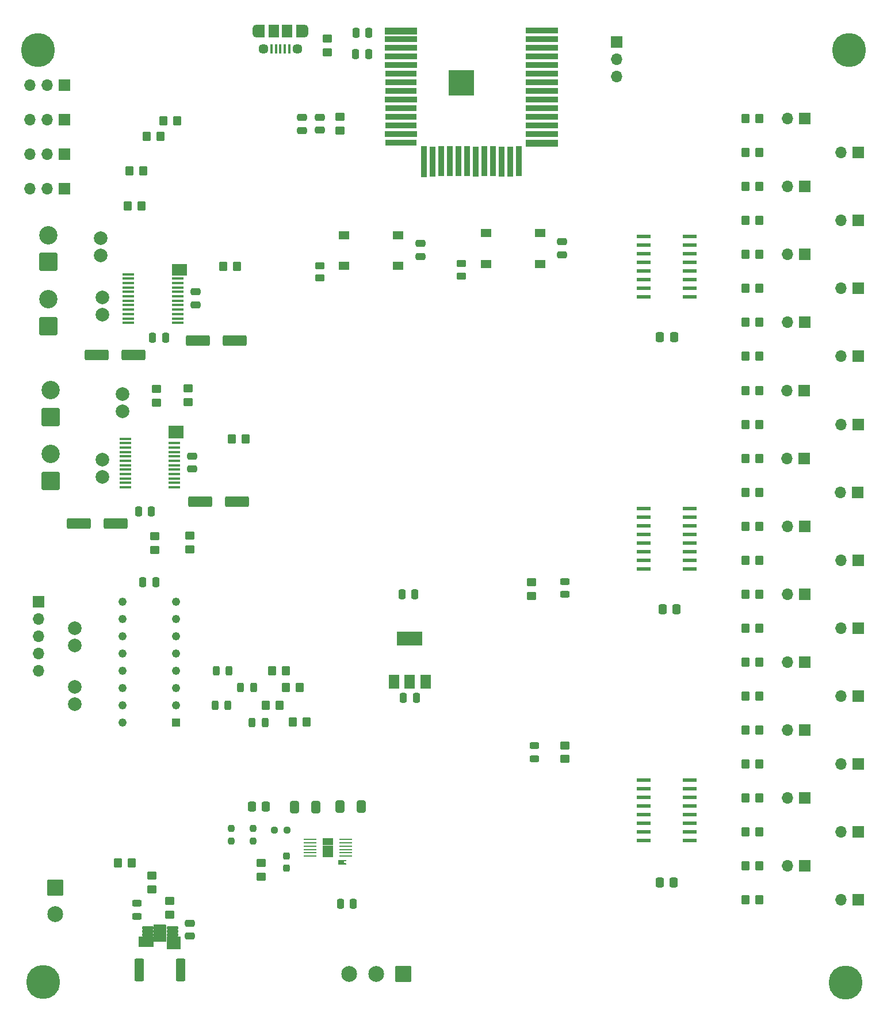
<source format=gbr>
%TF.GenerationSoftware,KiCad,Pcbnew,7.0.10*%
%TF.CreationDate,2024-03-06T16:20:47-05:00*%
%TF.ProjectId,477grp2_pcb,34373767-7270-4325-9f70-63622e6b6963,rev?*%
%TF.SameCoordinates,Original*%
%TF.FileFunction,Soldermask,Top*%
%TF.FilePolarity,Negative*%
%FSLAX46Y46*%
G04 Gerber Fmt 4.6, Leading zero omitted, Abs format (unit mm)*
G04 Created by KiCad (PCBNEW 7.0.10) date 2024-03-06 16:20:47*
%MOMM*%
%LPD*%
G01*
G04 APERTURE LIST*
G04 Aperture macros list*
%AMRoundRect*
0 Rectangle with rounded corners*
0 $1 Rounding radius*
0 $2 $3 $4 $5 $6 $7 $8 $9 X,Y pos of 4 corners*
0 Add a 4 corners polygon primitive as box body*
4,1,4,$2,$3,$4,$5,$6,$7,$8,$9,$2,$3,0*
0 Add four circle primitives for the rounded corners*
1,1,$1+$1,$2,$3*
1,1,$1+$1,$4,$5*
1,1,$1+$1,$6,$7*
1,1,$1+$1,$8,$9*
0 Add four rect primitives between the rounded corners*
20,1,$1+$1,$2,$3,$4,$5,0*
20,1,$1+$1,$4,$5,$6,$7,0*
20,1,$1+$1,$6,$7,$8,$9,0*
20,1,$1+$1,$8,$9,$2,$3,0*%
G04 Aperture macros list end*
%ADD10RoundRect,0.250000X0.337500X0.475000X-0.337500X0.475000X-0.337500X-0.475000X0.337500X-0.475000X0*%
%ADD11R,0.400000X1.350000*%
%ADD12O,1.200000X1.900000*%
%ADD13R,1.200000X1.900000*%
%ADD14C,1.450000*%
%ADD15R,1.500000X1.900000*%
%ADD16C,0.800000*%
%ADD17C,5.000000*%
%ADD18RoundRect,0.250000X-0.350000X-0.450000X0.350000X-0.450000X0.350000X0.450000X-0.350000X0.450000X0*%
%ADD19R,1.219200X1.219200*%
%ADD20C,1.219200*%
%ADD21RoundRect,0.250000X0.475000X-0.250000X0.475000X0.250000X-0.475000X0.250000X-0.475000X-0.250000X0*%
%ADD22RoundRect,0.243750X-0.243750X-0.456250X0.243750X-0.456250X0.243750X0.456250X-0.243750X0.456250X0*%
%ADD23RoundRect,0.250000X-0.337500X-0.475000X0.337500X-0.475000X0.337500X0.475000X-0.337500X0.475000X0*%
%ADD24RoundRect,0.250000X0.350000X0.450000X-0.350000X0.450000X-0.350000X-0.450000X0.350000X-0.450000X0*%
%ADD25R,2.159000X0.558800*%
%ADD26R,1.700000X1.700000*%
%ADD27O,1.700000X1.700000*%
%ADD28RoundRect,0.250000X-1.500000X-0.550000X1.500000X-0.550000X1.500000X0.550000X-1.500000X0.550000X0*%
%ADD29RoundRect,0.250000X-0.250000X-0.475000X0.250000X-0.475000X0.250000X0.475000X-0.250000X0.475000X0*%
%ADD30RoundRect,0.237500X-0.237500X0.250000X-0.237500X-0.250000X0.237500X-0.250000X0.237500X0.250000X0*%
%ADD31C,2.000000*%
%ADD32RoundRect,0.250000X0.412500X0.650000X-0.412500X0.650000X-0.412500X-0.650000X0.412500X-0.650000X0*%
%ADD33RoundRect,0.249999X0.450001X1.425001X-0.450001X1.425001X-0.450001X-1.425001X0.450001X-1.425001X0*%
%ADD34RoundRect,0.250001X1.099999X-1.099999X1.099999X1.099999X-1.099999X1.099999X-1.099999X-1.099999X0*%
%ADD35C,2.700000*%
%ADD36RoundRect,0.102000X0.934007X0.853577X-0.934007X0.853577X-0.934007X-0.853577X0.934007X-0.853577X0*%
%ADD37RoundRect,0.102000X0.747500X0.140000X-0.747500X0.140000X-0.747500X-0.140000X0.747500X-0.140000X0*%
%ADD38RoundRect,0.102000X-0.747500X-0.140000X0.747500X-0.140000X0.747500X0.140000X-0.747500X0.140000X0*%
%ADD39RoundRect,0.102000X-1.014606X-0.666427X1.014606X-0.666427X1.014606X0.666427X-1.014606X0.666427X0*%
%ADD40RoundRect,0.102000X0.825000X1.190000X-0.825000X1.190000X-0.825000X-1.190000X0.825000X-1.190000X0*%
%ADD41RoundRect,0.250000X0.450000X-0.350000X0.450000X0.350000X-0.450000X0.350000X-0.450000X-0.350000X0*%
%ADD42R,1.500000X2.000000*%
%ADD43R,3.800000X2.000000*%
%ADD44R,1.550000X1.300000*%
%ADD45R,4.746212X0.990990*%
%ADD46R,4.736608X0.950274*%
%ADD47R,4.718447X0.857962*%
%ADD48R,4.709890X0.957090*%
%ADD49R,4.721003X0.946486*%
%ADD50R,4.694146X0.918986*%
%ADD51R,4.686903X0.917910*%
%ADD52R,4.692000X0.917165*%
%ADD53R,4.718325X0.947593*%
%ADD54R,4.673347X0.924210*%
%ADD55R,4.655958X0.933320*%
%ADD56R,4.697885X0.905576*%
%ADD57R,4.732265X0.942006*%
%ADD58R,4.686426X0.955516*%
%ADD59R,0.883533X4.539403*%
%ADD60R,0.886454X4.528385*%
%ADD61R,0.900393X4.484313*%
%ADD62R,0.881277X4.495331*%
%ADD63R,0.895216X4.484313*%
%ADD64R,0.909155X4.495331*%
%ADD65R,0.936338X4.497776*%
%ADD66R,0.894556X4.460296*%
%ADD67R,0.877726X4.485282*%
%ADD68R,0.860912X4.497776*%
%ADD69R,0.881586X4.497776*%
%ADD70R,0.902257X4.485282*%
%ADD71R,4.704469X0.982261*%
%ADD72R,4.713913X0.903635*%
%ADD73R,4.731133X0.899371*%
%ADD74R,4.731133X0.886497*%
%ADD75R,4.739743X0.908063*%
%ADD76R,4.738300X0.899395*%
%ADD77R,4.738300X0.906077*%
%ADD78R,4.755523X0.914370*%
%ADD79R,4.764229X0.887200*%
%ADD80R,4.755523X0.912266*%
%ADD81R,4.765540X0.932098*%
%ADD82R,4.765540X0.895188*%
%ADD83R,4.765540X0.897888*%
%ADD84R,4.764404X0.847973*%
%ADD85R,3.699994X3.699994*%
%ADD86RoundRect,0.250000X0.250000X0.475000X-0.250000X0.475000X-0.250000X-0.475000X0.250000X-0.475000X0*%
%ADD87RoundRect,0.250000X-0.475000X0.250000X-0.475000X-0.250000X0.475000X-0.250000X0.475000X0.250000X0*%
%ADD88RoundRect,0.250000X0.450000X-0.262500X0.450000X0.262500X-0.450000X0.262500X-0.450000X-0.262500X0*%
%ADD89RoundRect,0.243750X0.456250X-0.243750X0.456250X0.243750X-0.456250X0.243750X-0.456250X-0.243750X0*%
%ADD90RoundRect,0.102000X-1.064000X1.064000X-1.064000X-1.064000X1.064000X-1.064000X1.064000X1.064000X0*%
%ADD91C,2.332000*%
%ADD92R,1.750000X0.450000*%
%ADD93R,2.288312X1.738814*%
%ADD94RoundRect,0.102000X1.064000X1.064000X-1.064000X1.064000X-1.064000X-1.064000X1.064000X-1.064000X0*%
%ADD95RoundRect,0.237500X-0.250000X-0.237500X0.250000X-0.237500X0.250000X0.237500X-0.250000X0.237500X0*%
%ADD96RoundRect,0.250000X-0.450000X0.350000X-0.450000X-0.350000X0.450000X-0.350000X0.450000X0.350000X0*%
%ADD97RoundRect,0.243750X-0.456250X0.243750X-0.456250X-0.243750X0.456250X-0.243750X0.456250X0.243750X0*%
%ADD98RoundRect,0.237500X-0.237500X0.300000X-0.237500X-0.300000X0.237500X-0.300000X0.237500X0.300000X0*%
%ADD99RoundRect,0.250000X-0.412500X-0.650000X0.412500X-0.650000X0.412500X0.650000X-0.412500X0.650000X0*%
%ADD100R,1.899999X0.249990*%
%ADD101R,1.899999X0.255000*%
%ADD102R,1.899999X0.249988*%
%ADD103R,1.899999X0.254999*%
%ADD104R,1.899999X0.254998*%
%ADD105R,1.899999X0.249998*%
%ADD106R,1.899999X0.254996*%
%ADD107R,1.899999X0.249992*%
%ADD108R,1.599999X1.049998*%
%ADD109R,1.599999X0.800001*%
%ADD110R,1.599998X1.049998*%
%ADD111RoundRect,0.237500X0.237500X-0.250000X0.237500X0.250000X-0.237500X0.250000X-0.237500X-0.250000X0*%
%ADD112R,2.229258X1.987174*%
G04 APERTURE END LIST*
%TO.C,U1*%
G36*
X77037010Y-155959132D02*
G01*
X77037008Y-156109132D01*
X76987011Y-156159132D01*
X76744009Y-156159132D01*
X76711009Y-156192131D01*
X76711009Y-156375131D01*
X76738009Y-156409131D01*
X76986010Y-156409131D01*
X77036010Y-156459131D01*
X77036010Y-156609131D01*
X76986010Y-156659133D01*
X75887010Y-156659133D01*
X75837010Y-156609131D01*
X75837008Y-155959132D01*
X75887010Y-155909132D01*
X76987011Y-155909132D01*
X77037010Y-155959132D01*
G37*
%TD*%
D10*
%TO.C,Cff1*%
X65231794Y-148095550D03*
X63156794Y-148095550D03*
%TD*%
D11*
%TO.C,J1*%
X68650000Y-36606190D03*
X68000000Y-36606190D03*
X67350000Y-36606190D03*
X66700000Y-36606190D03*
X66050000Y-36606190D03*
D12*
X70850000Y-33906190D03*
D13*
X70250000Y-33906190D03*
D14*
X69850000Y-36606190D03*
D15*
X68350000Y-33906190D03*
X66350000Y-33906190D03*
D14*
X64850000Y-36606190D03*
D13*
X64450000Y-33906190D03*
D12*
X63850000Y-33906190D03*
%TD*%
D16*
%TO.C,H4*%
X33569175Y-36774175D03*
X33020000Y-38100000D03*
X33020000Y-35448350D03*
X31694175Y-38649175D03*
D17*
X31694175Y-36774175D03*
D16*
X31694175Y-34899175D03*
X30368350Y-38100000D03*
X30368350Y-35448350D03*
X29819175Y-36774175D03*
%TD*%
D18*
%TO.C,R50*%
X135840901Y-96821145D03*
X137840901Y-96821145D03*
%TD*%
D19*
%TO.C,U2*%
X52030197Y-135713480D03*
D20*
X52030197Y-133173480D03*
X52030197Y-130633480D03*
X52030197Y-128093480D03*
X52030197Y-125553480D03*
X52030197Y-123013480D03*
X52030197Y-120473480D03*
X52030197Y-117933480D03*
X44160200Y-117933480D03*
X44160200Y-120473480D03*
X44160200Y-123013480D03*
X44160200Y-125553480D03*
X44160200Y-128093480D03*
X44160200Y-130633480D03*
X44160200Y-133173480D03*
X44160200Y-135713480D03*
%TD*%
D21*
%TO.C,C1*%
X70539234Y-48563416D03*
X70539234Y-46663416D03*
%TD*%
D16*
%TO.C,H2*%
X34290000Y-173878341D03*
X33740825Y-175204166D03*
X33740825Y-172552516D03*
X32415000Y-175753341D03*
D17*
X32415000Y-173878341D03*
D16*
X32415000Y-172003341D03*
X31089175Y-175204166D03*
X31089175Y-172552516D03*
X30540000Y-173878341D03*
%TD*%
D22*
%TO.C,D18*%
X63203192Y-135703277D03*
X65078192Y-135703277D03*
%TD*%
D23*
%TO.C,C15*%
X123195681Y-159233624D03*
X125270681Y-159233624D03*
%TD*%
D22*
%TO.C,D15*%
X57930928Y-128109232D03*
X59805928Y-128109232D03*
%TD*%
D24*
%TO.C,R20*%
X67191637Y-133169948D03*
X65191637Y-133169948D03*
%TD*%
D25*
%TO.C,U12*%
X127597301Y-113091145D03*
X127597301Y-111821145D03*
X127597301Y-110551145D03*
X127597301Y-109281145D03*
X127597301Y-108011145D03*
X127597301Y-106741145D03*
X127597301Y-105471145D03*
X127597301Y-104201145D03*
X120840901Y-104201145D03*
X120840901Y-105471145D03*
X120840901Y-106741145D03*
X120840901Y-108011145D03*
X120840901Y-109281145D03*
X120840901Y-110551145D03*
X120840901Y-111821145D03*
X120840901Y-113091145D03*
%TD*%
D26*
%TO.C,D39*%
X152333109Y-101827736D03*
D27*
X149793109Y-101827736D03*
%TD*%
D28*
%TO.C,C18*%
X55560000Y-103221861D03*
X60960000Y-103221861D03*
%TD*%
D26*
%TO.C,D37*%
X152400000Y-111821145D03*
D27*
X149860000Y-111821145D03*
%TD*%
D29*
%TO.C,C8*%
X47091471Y-115051601D03*
X48991471Y-115051601D03*
%TD*%
D30*
%TO.C,Rfbb1*%
X63340053Y-151327201D03*
X63340053Y-153152201D03*
%TD*%
D26*
%TO.C,D35*%
X152400000Y-121821145D03*
D27*
X149860000Y-121821145D03*
%TD*%
D31*
%TO.C,D10*%
X37083967Y-121854431D03*
X37083967Y-124394431D03*
%TD*%
D32*
%TO.C,Cout2*%
X72568153Y-148123035D03*
X69443153Y-148123035D03*
%TD*%
D18*
%TO.C,R54*%
X135840901Y-156821145D03*
X137840901Y-156821145D03*
%TD*%
D26*
%TO.C,J4*%
X35560000Y-52070000D03*
D27*
X33020000Y-52070000D03*
X30480000Y-52070000D03*
%TD*%
D26*
%TO.C,J6*%
X35545000Y-41910000D03*
D27*
X33005000Y-41910000D03*
X30465000Y-41910000D03*
%TD*%
D33*
%TO.C,R9*%
X52644327Y-172107706D03*
X46544327Y-172107706D03*
%TD*%
D26*
%TO.C,D49*%
X152400000Y-131821145D03*
D27*
X149860000Y-131821145D03*
%TD*%
D26*
%TO.C,D29*%
X152400000Y-71821145D03*
D27*
X149860000Y-71821145D03*
%TD*%
D16*
%TO.C,H3*%
X152949175Y-36774175D03*
X152400000Y-38100000D03*
X152400000Y-35448350D03*
X151074175Y-38649175D03*
D17*
X151074175Y-36774175D03*
D16*
X151074175Y-34899175D03*
X149748350Y-38100000D03*
X149748350Y-35448350D03*
X149199175Y-36774175D03*
%TD*%
D34*
%TO.C,M2*%
X33226635Y-67931330D03*
D35*
X33226635Y-63971330D03*
%TD*%
D18*
%TO.C,R37*%
X135840901Y-81821145D03*
X137840901Y-81821145D03*
%TD*%
D36*
%TO.C,U23*%
X51629380Y-168142462D03*
D37*
X51442873Y-166928885D03*
X51442873Y-166428885D03*
X51442873Y-165928885D03*
X47857873Y-165928885D03*
D38*
X47857873Y-166428885D03*
X47857873Y-166928885D03*
D39*
X47590767Y-167955312D03*
D40*
X49650373Y-166678885D03*
%TD*%
D41*
%TO.C,R23*%
X51095597Y-163970544D03*
X51095597Y-161970544D03*
%TD*%
D24*
%TO.C,R22*%
X68123671Y-128084027D03*
X66123671Y-128084027D03*
%TD*%
D41*
%TO.C,R15*%
X48867813Y-110322213D03*
X48867813Y-108322213D03*
%TD*%
D26*
%TO.C,D42*%
X144424501Y-86821145D03*
D27*
X141884501Y-86821145D03*
%TD*%
D26*
%TO.C,D30*%
X144516193Y-66821145D03*
D27*
X141976193Y-66821145D03*
%TD*%
D26*
%TO.C,J5*%
X35560000Y-57150000D03*
D27*
X33020000Y-57150000D03*
X30480000Y-57150000D03*
%TD*%
D31*
%TO.C,D9*%
X37083967Y-133034611D03*
X37083967Y-130494611D03*
%TD*%
D25*
%TO.C,U13*%
X127597301Y-153071145D03*
X127597301Y-151801145D03*
X127597301Y-150531145D03*
X127597301Y-149261145D03*
X127597301Y-147991145D03*
X127597301Y-146721145D03*
X127597301Y-145451145D03*
X127597301Y-144181145D03*
X120840901Y-144181145D03*
X120840901Y-145451145D03*
X120840901Y-146721145D03*
X120840901Y-147991145D03*
X120840901Y-149261145D03*
X120840901Y-150531145D03*
X120840901Y-151801145D03*
X120840901Y-153071145D03*
%TD*%
D26*
%TO.C,D43*%
X152400000Y-161821145D03*
D27*
X149860000Y-161821145D03*
%TD*%
D26*
%TO.C,D46*%
X144516193Y-146821145D03*
D27*
X141976193Y-146821145D03*
%TD*%
D24*
%TO.C,R21*%
X70155956Y-130555396D03*
X68155956Y-130555396D03*
%TD*%
D18*
%TO.C,R45*%
X135840901Y-121821145D03*
X137840901Y-121821145D03*
%TD*%
D24*
%TO.C,R11*%
X60960000Y-68580000D03*
X58960000Y-68580000D03*
%TD*%
D26*
%TO.C,D31*%
X152400000Y-61821145D03*
D27*
X149860000Y-61821145D03*
%TD*%
D31*
%TO.C,D5*%
X41148000Y-73152000D03*
X41148000Y-75692000D03*
%TD*%
D42*
%TO.C,U6*%
X84104799Y-129661735D03*
X86404799Y-129661735D03*
D43*
X86404799Y-123361735D03*
D42*
X88704799Y-129661735D03*
%TD*%
D44*
%TO.C,SW1*%
X84641499Y-68494601D03*
X76691499Y-68494601D03*
X84641499Y-63994601D03*
X76691499Y-63994601D03*
%TD*%
D28*
%TO.C,C13*%
X40320000Y-81612317D03*
X45720000Y-81612317D03*
%TD*%
D18*
%TO.C,R39*%
X135840901Y-71821145D03*
X137840901Y-71821145D03*
%TD*%
D26*
%TO.C,D33*%
X152400000Y-51821145D03*
D27*
X149860000Y-51821145D03*
%TD*%
D21*
%TO.C,C10*%
X87967156Y-67111247D03*
X87967156Y-65211247D03*
%TD*%
D45*
%TO.C,U3*%
X85082499Y-33909134D03*
D46*
X85087301Y-35158779D03*
D47*
X85096382Y-36382622D03*
D48*
X85100660Y-37702198D03*
D49*
X85095104Y-38966909D03*
D50*
X85108532Y-40223133D03*
D51*
X85112154Y-41492595D03*
D52*
X85109605Y-42762220D03*
D53*
X85096443Y-44047434D03*
D54*
X85118932Y-45305743D03*
D55*
X85127626Y-46580298D03*
D56*
X85106663Y-47836426D03*
D57*
X85089473Y-49124641D03*
D58*
X85112392Y-50401396D03*
D59*
X88478839Y-53143339D03*
D60*
X89747378Y-53137830D03*
D61*
X91010409Y-53115794D03*
D62*
X92289967Y-53121303D03*
D63*
X93552997Y-53115794D03*
D64*
X94816028Y-53121303D03*
D65*
X96072403Y-53122526D03*
D66*
X97363314Y-53103786D03*
D67*
X98641713Y-53116279D03*
D68*
X99920121Y-53122526D03*
D69*
X101179793Y-53122526D03*
D70*
X102439463Y-53116279D03*
D71*
X105807839Y-50414768D03*
D72*
X105812561Y-49105455D03*
D73*
X105821171Y-47833323D03*
D74*
X105821171Y-46556886D03*
D75*
X105825476Y-45297669D03*
D76*
X105824755Y-44023335D03*
D77*
X105824755Y-42756676D03*
D78*
X105833366Y-41490832D03*
D79*
X105837719Y-40207244D03*
D80*
X105833366Y-38949774D03*
D81*
X105838375Y-37689690D03*
D82*
X105838375Y-36401246D03*
D83*
X105838375Y-35132600D03*
D84*
X105837807Y-33837663D03*
D85*
X93955608Y-41583641D03*
%TD*%
D41*
%TO.C,R18*%
X49113414Y-88637822D03*
X49113414Y-86637822D03*
%TD*%
D18*
%TO.C,R58*%
X135840901Y-136821145D03*
X137840901Y-136821145D03*
%TD*%
D86*
%TO.C,C5*%
X87150000Y-116840000D03*
X85250000Y-116840000D03*
%TD*%
D26*
%TO.C,D41*%
X152400000Y-91821145D03*
D27*
X149860000Y-91821145D03*
%TD*%
D41*
%TO.C,R16*%
X53994555Y-110214103D03*
X53994555Y-108214103D03*
%TD*%
D87*
%TO.C,C19*%
X54328869Y-96516387D03*
X54328869Y-98416387D03*
%TD*%
D26*
%TO.C,D45*%
X152400000Y-151821145D03*
D27*
X149860000Y-151821145D03*
%TD*%
D88*
%TO.C,R3*%
X73186614Y-70273423D03*
X73186614Y-68448423D03*
%TD*%
D18*
%TO.C,R24*%
X43448573Y-156332334D03*
X45448573Y-156332334D03*
%TD*%
D89*
%TO.C,D3*%
X109220000Y-116840000D03*
X109220000Y-114965000D03*
%TD*%
D21*
%TO.C,C7*%
X108765417Y-66859091D03*
X108765417Y-64959091D03*
%TD*%
D41*
%TO.C,Rpg1*%
X64497448Y-158398908D03*
X64497448Y-156398908D03*
%TD*%
D90*
%TO.C,J9*%
X34170272Y-159978680D03*
D91*
X34170272Y-163938680D03*
%TD*%
D16*
%TO.C,H1*%
X152400000Y-173990000D03*
X151850825Y-175315825D03*
X151850825Y-172664175D03*
X150525000Y-175865000D03*
D17*
X150525000Y-173990000D03*
D16*
X150525000Y-172115000D03*
X149199175Y-175315825D03*
X149199175Y-172664175D03*
X148650000Y-173990000D03*
%TD*%
D87*
%TO.C,C6*%
X54016772Y-165265413D03*
X54016772Y-167165413D03*
%TD*%
D18*
%TO.C,R44*%
X135840901Y-46821145D03*
X137840901Y-46821145D03*
%TD*%
%TO.C,R59*%
X135840901Y-131821145D03*
X137840901Y-131821145D03*
%TD*%
%TO.C,R53*%
X135840901Y-161821145D03*
X137840901Y-161821145D03*
%TD*%
D21*
%TO.C,C2*%
X73179670Y-48511302D03*
X73179670Y-46611302D03*
%TD*%
D23*
%TO.C,C9*%
X123214665Y-78971032D03*
X125289665Y-78971032D03*
%TD*%
D41*
%TO.C,R25*%
X48455987Y-160242442D03*
X48455987Y-158242442D03*
%TD*%
D86*
%TO.C,C14*%
X80314306Y-37346009D03*
X78414306Y-37346009D03*
%TD*%
D26*
%TO.C,D38*%
X144502713Y-106821145D03*
D27*
X141962713Y-106821145D03*
%TD*%
D87*
%TO.C,C24*%
X54883303Y-72330969D03*
X54883303Y-74230969D03*
%TD*%
D92*
%TO.C,U10*%
X45004138Y-69737879D03*
X45004138Y-70387879D03*
X45004138Y-71037879D03*
X45004138Y-71687879D03*
X45004138Y-72337879D03*
X45004138Y-72987879D03*
X45004138Y-73637879D03*
X45004138Y-74287879D03*
X45004138Y-74937879D03*
X45004138Y-75587879D03*
X45004138Y-76237879D03*
X45004138Y-76887879D03*
X52204138Y-76887879D03*
X52204138Y-76237879D03*
X52204138Y-75587879D03*
X52204138Y-74937879D03*
X52204138Y-74287879D03*
X52204138Y-73637879D03*
X52204138Y-72987879D03*
X52204138Y-72337879D03*
X52204138Y-71687879D03*
X52204138Y-71037879D03*
X52204138Y-70387879D03*
D93*
X52473294Y-69093472D03*
%TD*%
D26*
%TO.C,D48*%
X144516193Y-136821145D03*
D27*
X141976193Y-136821145D03*
%TD*%
D18*
%TO.C,R49*%
X135840901Y-101821145D03*
X137840901Y-101821145D03*
%TD*%
D44*
%TO.C,SW2*%
X105575692Y-68202711D03*
X97625692Y-68202711D03*
X105575692Y-63702711D03*
X97625692Y-63702711D03*
%TD*%
D86*
%TO.C,C3*%
X80351730Y-34198111D03*
X78451730Y-34198111D03*
%TD*%
D18*
%TO.C,R43*%
X135840901Y-51821145D03*
X137840901Y-51821145D03*
%TD*%
D86*
%TO.C,C20*%
X48377173Y-104628539D03*
X46477173Y-104628539D03*
%TD*%
D18*
%TO.C,R41*%
X135840901Y-61821145D03*
X137840901Y-61821145D03*
%TD*%
D34*
%TO.C,M12*%
X33494750Y-90718578D03*
D35*
X33494750Y-86758578D03*
%TD*%
D18*
%TO.C,R42*%
X135840901Y-56821145D03*
X137840901Y-56821145D03*
%TD*%
D26*
%TO.C,D34*%
X144498120Y-46821145D03*
D27*
X141958120Y-46821145D03*
%TD*%
D24*
%TO.C,R19*%
X71201036Y-135594908D03*
X69201036Y-135594908D03*
%TD*%
D31*
%TO.C,D8*%
X44151554Y-87382399D03*
X44151554Y-89922399D03*
%TD*%
D18*
%TO.C,R55*%
X135840901Y-151821145D03*
X137840901Y-151821145D03*
%TD*%
%TO.C,R47*%
X135840901Y-111821145D03*
X137840901Y-111821145D03*
%TD*%
D26*
%TO.C,D28*%
X144516193Y-76821145D03*
D27*
X141976193Y-76821145D03*
%TD*%
D18*
%TO.C,R40*%
X135840901Y-66821145D03*
X137840901Y-66821145D03*
%TD*%
D94*
%TO.C,J10*%
X85400295Y-172683852D03*
D91*
X81440295Y-172683852D03*
X77480295Y-172683852D03*
%TD*%
D18*
%TO.C,R6*%
X44883902Y-59680813D03*
X46883902Y-59680813D03*
%TD*%
D95*
%TO.C,Rmode1*%
X66478316Y-151560151D03*
X68303316Y-151560151D03*
%TD*%
D24*
%TO.C,R10*%
X62230000Y-93980000D03*
X60230000Y-93980000D03*
%TD*%
D26*
%TO.C,J7*%
X35560000Y-46990000D03*
D27*
X33020000Y-46990000D03*
X30480000Y-46990000D03*
%TD*%
D18*
%TO.C,R46*%
X135840901Y-116821145D03*
X137840901Y-116821145D03*
%TD*%
%TO.C,R51*%
X135840901Y-91821145D03*
X137840901Y-91821145D03*
%TD*%
D41*
%TO.C,R17*%
X53742908Y-88524064D03*
X53742908Y-86524064D03*
%TD*%
D86*
%TO.C,C12*%
X50426284Y-79048129D03*
X48526284Y-79048129D03*
%TD*%
%TO.C,C4*%
X87369064Y-132099243D03*
X85469064Y-132099243D03*
%TD*%
D96*
%TO.C,R2*%
X74290232Y-35051142D03*
X74290232Y-37051142D03*
%TD*%
D18*
%TO.C,R57*%
X135840901Y-141821145D03*
X137840901Y-141821145D03*
%TD*%
D31*
%TO.C,D7*%
X41148000Y-97028000D03*
X41148000Y-99568000D03*
%TD*%
D26*
%TO.C,D44*%
X144516193Y-156821145D03*
D27*
X141976193Y-156821145D03*
%TD*%
D34*
%TO.C,M1*%
X33572928Y-100152078D03*
D35*
X33572928Y-96192078D03*
%TD*%
D22*
%TO.C,D16*%
X61510078Y-130554144D03*
X63385078Y-130554144D03*
%TD*%
D41*
%TO.C,R1*%
X76150162Y-48596045D03*
X76150162Y-46596045D03*
%TD*%
D97*
%TO.C,D4*%
X104758910Y-139135020D03*
X104758910Y-141010020D03*
%TD*%
D28*
%TO.C,C25*%
X55211400Y-79506116D03*
X60611400Y-79506116D03*
%TD*%
D18*
%TO.C,R48*%
X135840901Y-106821145D03*
X137840901Y-106821145D03*
%TD*%
D98*
%TO.C,Css1*%
X68235161Y-155384756D03*
X68235161Y-157109756D03*
%TD*%
D34*
%TO.C,M3*%
X33217507Y-77353258D03*
D35*
X33217507Y-73393258D03*
%TD*%
D29*
%TO.C,Cin1*%
X76207754Y-162347012D03*
X78107754Y-162347012D03*
%TD*%
D28*
%TO.C,C21*%
X37671769Y-106421133D03*
X43071769Y-106421133D03*
%TD*%
D26*
%TO.C,D36*%
X144502713Y-116821145D03*
D27*
X141962713Y-116821145D03*
%TD*%
D99*
%TO.C,Cout1*%
X76157641Y-148099106D03*
X79282641Y-148099106D03*
%TD*%
D26*
%TO.C,D27*%
X152400000Y-81821145D03*
D27*
X149860000Y-81821145D03*
%TD*%
D100*
%TO.C,U1*%
X71686010Y-152884136D03*
D101*
X71686010Y-153386632D03*
D102*
X71686010Y-153884137D03*
D103*
X71686010Y-154386632D03*
D104*
X71686010Y-154886633D03*
D105*
X71686010Y-155384132D03*
D103*
X76986010Y-155386632D03*
D105*
X76986010Y-154884133D03*
D103*
X76986010Y-154386632D03*
D106*
X76986010Y-153886634D03*
D105*
X76986010Y-153384131D03*
D107*
X76986010Y-152884135D03*
D108*
X74336010Y-153209132D03*
D109*
X74336010Y-154134132D03*
D110*
X74336011Y-155059132D03*
%TD*%
D26*
%TO.C,D47*%
X152400000Y-141821145D03*
D27*
X149860000Y-141821145D03*
%TD*%
D26*
%TO.C,D40*%
X144424501Y-96821145D03*
D27*
X141884501Y-96821145D03*
%TD*%
D18*
%TO.C,R52*%
X135840901Y-86821145D03*
X137840901Y-86821145D03*
%TD*%
%TO.C,R38*%
X135840901Y-76821145D03*
X137840901Y-76821145D03*
%TD*%
D88*
%TO.C,R4*%
X93951208Y-70016878D03*
X93951208Y-68191878D03*
%TD*%
D41*
%TO.C,R14*%
X109220000Y-141081090D03*
X109220000Y-139081090D03*
%TD*%
D111*
%TO.C,Rfbt1*%
X60091505Y-153151976D03*
X60091505Y-151326976D03*
%TD*%
D18*
%TO.C,R56*%
X135840901Y-146821145D03*
X137840901Y-146821145D03*
%TD*%
D26*
%TO.C,D32*%
X144516193Y-56821145D03*
D27*
X141976193Y-56821145D03*
%TD*%
D31*
%TO.C,D6*%
X40876889Y-64464682D03*
X40876889Y-67004682D03*
%TD*%
D92*
%TO.C,U8*%
X44572359Y-93934196D03*
X44572359Y-94584196D03*
X44572359Y-95234196D03*
X44572359Y-95884196D03*
X44572359Y-96534196D03*
X44572359Y-97184196D03*
X44572359Y-97834196D03*
X44572359Y-98484196D03*
X44572359Y-99134196D03*
X44572359Y-99784196D03*
X44572359Y-100434196D03*
X44572359Y-101084196D03*
X51772359Y-101084196D03*
X51772359Y-100434196D03*
X51772359Y-99784196D03*
X51772359Y-99134196D03*
X51772359Y-98484196D03*
X51772359Y-97834196D03*
X51772359Y-97184196D03*
X51772359Y-96534196D03*
X51772359Y-95884196D03*
X51772359Y-95234196D03*
X51772359Y-94584196D03*
D112*
X52011988Y-92991170D03*
%TD*%
D23*
%TO.C,C11*%
X123577813Y-119027634D03*
X125652813Y-119027634D03*
%TD*%
D89*
%TO.C,D14*%
X46199106Y-164213661D03*
X46199106Y-162338661D03*
%TD*%
D96*
%TO.C,R13*%
X104351943Y-115092835D03*
X104351943Y-117092835D03*
%TD*%
D26*
%TO.C,D50*%
X144516193Y-126821145D03*
D27*
X141976193Y-126821145D03*
%TD*%
D26*
%TO.C,J8*%
X31768125Y-117909684D03*
D27*
X31768125Y-120449684D03*
X31768125Y-122989684D03*
X31768125Y-125529684D03*
X31768125Y-128069684D03*
%TD*%
D25*
%TO.C,U11*%
X127597301Y-73091145D03*
X127597301Y-71821145D03*
X127597301Y-70551145D03*
X127597301Y-69281145D03*
X127597301Y-68011145D03*
X127597301Y-66741145D03*
X127597301Y-65471145D03*
X127597301Y-64201145D03*
X120840901Y-64201145D03*
X120840901Y-65471145D03*
X120840901Y-66741145D03*
X120840901Y-68011145D03*
X120840901Y-69281145D03*
X120840901Y-70551145D03*
X120840901Y-71821145D03*
X120840901Y-73091145D03*
%TD*%
D22*
%TO.C,D17*%
X57764095Y-133169948D03*
X59639095Y-133169948D03*
%TD*%
D18*
%TO.C,R60*%
X135840901Y-126821145D03*
X137840901Y-126821145D03*
%TD*%
%TO.C,R5*%
X45166165Y-54534293D03*
X47166165Y-54534293D03*
%TD*%
D26*
%TO.C,J3*%
X116840000Y-35560000D03*
D27*
X116840000Y-38100000D03*
X116840000Y-40640000D03*
%TD*%
D18*
%TO.C,R7*%
X50120469Y-47135555D03*
X52120469Y-47135555D03*
%TD*%
%TO.C,R8*%
X47707841Y-49456625D03*
X49707841Y-49456625D03*
%TD*%
M02*

</source>
